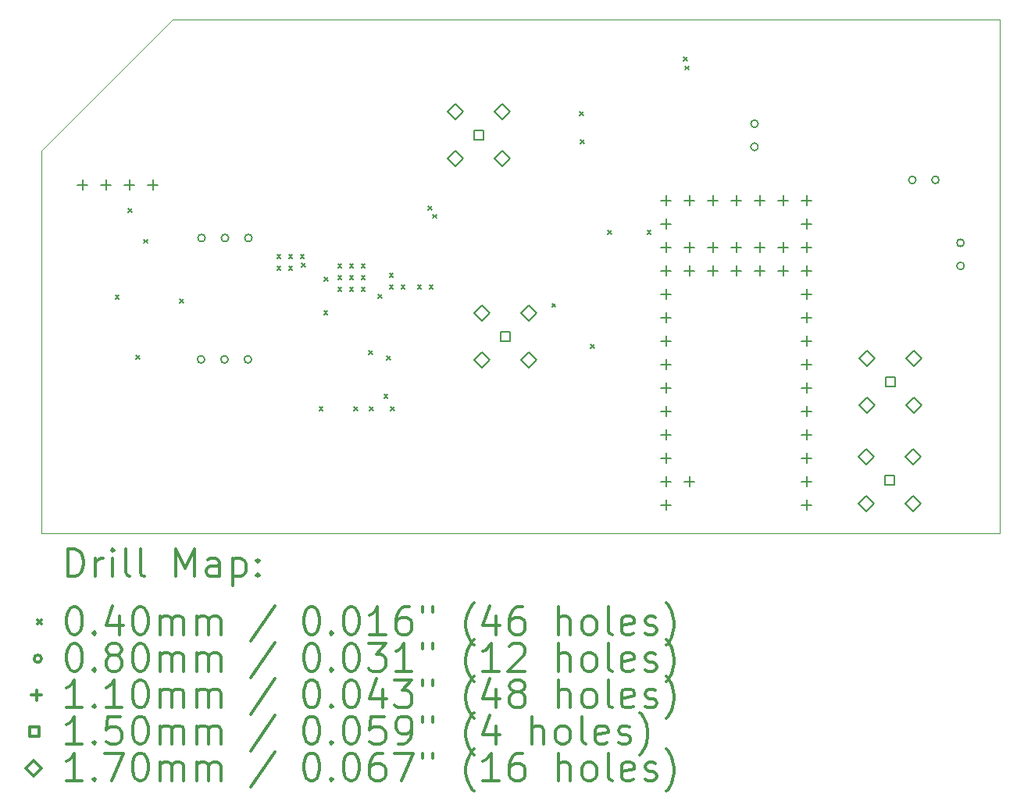
<source format=gbr>
%FSLAX45Y45*%
G04 Gerber Fmt 4.5, Leading zero omitted, Abs format (unit mm)*
G04 Created by KiCad (PCBNEW 5.1.6-c6e7f7d~86~ubuntu18.04.1) date 2020-11-01 20:36:18*
%MOMM*%
%LPD*%
G01*
G04 APERTURE LIST*
%TA.AperFunction,Profile*%
%ADD10C,0.050000*%
%TD*%
%ADD11C,0.200000*%
%ADD12C,0.300000*%
G04 APERTURE END LIST*
D10*
X15255240Y-15245080D02*
X14709140Y-15245080D01*
X15255240Y-14711680D02*
X15255240Y-15245080D01*
X14488160Y-15245080D02*
X14709140Y-15245080D01*
X15255240Y-9672320D02*
X15255240Y-14711680D01*
X6294120Y-9672320D02*
X15255240Y-9672320D01*
X4871720Y-11094720D02*
X6294120Y-9672320D01*
X4871720Y-15245080D02*
X4871720Y-11094720D01*
X14488160Y-15245080D02*
X4871720Y-15245080D01*
D11*
X5669600Y-12664760D02*
X5709600Y-12704760D01*
X5709600Y-12664760D02*
X5669600Y-12704760D01*
X5809300Y-11719880D02*
X5849300Y-11759880D01*
X5849300Y-11719880D02*
X5809300Y-11759880D01*
X5895660Y-13317540D02*
X5935660Y-13357540D01*
X5935660Y-13317540D02*
X5895660Y-13357540D01*
X5976940Y-12057700D02*
X6016940Y-12097700D01*
X6016940Y-12057700D02*
X5976940Y-12097700D01*
X6370640Y-12702860D02*
X6410640Y-12742860D01*
X6410640Y-12702860D02*
X6370640Y-12742860D01*
X7422200Y-12222800D02*
X7462200Y-12262800D01*
X7462200Y-12222800D02*
X7422200Y-12262800D01*
X7422200Y-12349800D02*
X7462200Y-12389800D01*
X7462200Y-12349800D02*
X7422200Y-12389800D01*
X7549200Y-12222800D02*
X7589200Y-12262800D01*
X7589200Y-12222800D02*
X7549200Y-12262800D01*
X7549200Y-12349800D02*
X7589200Y-12389800D01*
X7589200Y-12349800D02*
X7549200Y-12389800D01*
X7676200Y-12222800D02*
X7716200Y-12262800D01*
X7716200Y-12222800D02*
X7676200Y-12262800D01*
X7691011Y-12313811D02*
X7731011Y-12353811D01*
X7731011Y-12313811D02*
X7691011Y-12353811D01*
X7879860Y-13873340D02*
X7919860Y-13913340D01*
X7919860Y-13873340D02*
X7879860Y-13913340D01*
X7930200Y-12832400D02*
X7970200Y-12872400D01*
X7970200Y-12832400D02*
X7930200Y-12872400D01*
X7935280Y-12469180D02*
X7975280Y-12509180D01*
X7975280Y-12469180D02*
X7935280Y-12509180D01*
X8082600Y-12324400D02*
X8122600Y-12364400D01*
X8122600Y-12324400D02*
X8082600Y-12364400D01*
X8082600Y-12451400D02*
X8122600Y-12491400D01*
X8122600Y-12451400D02*
X8082600Y-12491400D01*
X8082600Y-12578400D02*
X8122600Y-12618400D01*
X8122600Y-12578400D02*
X8082600Y-12618400D01*
X8209600Y-12324400D02*
X8249600Y-12364400D01*
X8249600Y-12324400D02*
X8209600Y-12364400D01*
X8209600Y-12451400D02*
X8249600Y-12491400D01*
X8249600Y-12451400D02*
X8209600Y-12491400D01*
X8209600Y-12578400D02*
X8249600Y-12618400D01*
X8249600Y-12578400D02*
X8209600Y-12618400D01*
X8255780Y-13873340D02*
X8295780Y-13913340D01*
X8295780Y-13873340D02*
X8255780Y-13913340D01*
X8255780Y-13873340D02*
X8295780Y-13913340D01*
X8295780Y-13873340D02*
X8255780Y-13913340D01*
X8336600Y-12324400D02*
X8376600Y-12364400D01*
X8376600Y-12324400D02*
X8336600Y-12364400D01*
X8336600Y-12451400D02*
X8376600Y-12491400D01*
X8376600Y-12451400D02*
X8336600Y-12491400D01*
X8336600Y-12578400D02*
X8376600Y-12618400D01*
X8376600Y-12578400D02*
X8336600Y-12618400D01*
X8418840Y-13261660D02*
X8458840Y-13301660D01*
X8458840Y-13261660D02*
X8418840Y-13301660D01*
X8428500Y-13873340D02*
X8468500Y-13913340D01*
X8468500Y-13873340D02*
X8428500Y-13913340D01*
X8516940Y-12652060D02*
X8556940Y-12692060D01*
X8556940Y-12652060D02*
X8516940Y-12692060D01*
X8582980Y-13736640D02*
X8622980Y-13776640D01*
X8622980Y-13736640D02*
X8582980Y-13776640D01*
X8615040Y-13320080D02*
X8655040Y-13360080D01*
X8655040Y-13320080D02*
X8615040Y-13360080D01*
X8641400Y-12426000D02*
X8681400Y-12466000D01*
X8681400Y-12426000D02*
X8641400Y-12466000D01*
X8641400Y-12553000D02*
X8681400Y-12593000D01*
X8681400Y-12553000D02*
X8641400Y-12593000D01*
X8657100Y-13873340D02*
X8697100Y-13913340D01*
X8697100Y-13873340D02*
X8657100Y-13913340D01*
X8768400Y-12553000D02*
X8808400Y-12593000D01*
X8808400Y-12553000D02*
X8768400Y-12593000D01*
X8946200Y-12553000D02*
X8986200Y-12593000D01*
X8986200Y-12553000D02*
X8946200Y-12593000D01*
X9061686Y-11699095D02*
X9101686Y-11739095D01*
X9101686Y-11699095D02*
X9061686Y-11739095D01*
X9073200Y-12553000D02*
X9113200Y-12593000D01*
X9113200Y-12553000D02*
X9073200Y-12593000D01*
X9111300Y-11785920D02*
X9151300Y-11825920D01*
X9151300Y-11785920D02*
X9111300Y-11825920D01*
X10401620Y-12751120D02*
X10441620Y-12791120D01*
X10441620Y-12751120D02*
X10401620Y-12791120D01*
X10701340Y-10670860D02*
X10741340Y-10710860D01*
X10741340Y-10670860D02*
X10701340Y-10710860D01*
X10714040Y-10975660D02*
X10754040Y-11015660D01*
X10754040Y-10975660D02*
X10714040Y-11015660D01*
X10823260Y-13193080D02*
X10863260Y-13233080D01*
X10863260Y-13193080D02*
X10823260Y-13233080D01*
X11005330Y-11957830D02*
X11045330Y-11997830D01*
X11045330Y-11957830D02*
X11005330Y-11997830D01*
X11435400Y-11958640D02*
X11475400Y-11998640D01*
X11475400Y-11958640D02*
X11435400Y-11998640D01*
X11831053Y-10077406D02*
X11871053Y-10117406D01*
X11871053Y-10077406D02*
X11831053Y-10117406D01*
X11844340Y-10176520D02*
X11884340Y-10216520D01*
X11884340Y-10176520D02*
X11844340Y-10216520D01*
X12638400Y-10802620D02*
G75*
G03*
X12638400Y-10802620I-40000J0D01*
G01*
X12638400Y-11052620D02*
G75*
G03*
X12638400Y-11052620I-40000J0D01*
G01*
X6644000Y-12042140D02*
G75*
G03*
X6644000Y-12042140I-40000J0D01*
G01*
X6898000Y-12042140D02*
G75*
G03*
X6898000Y-12042140I-40000J0D01*
G01*
X7152000Y-12042140D02*
G75*
G03*
X7152000Y-12042140I-40000J0D01*
G01*
X14871060Y-12094400D02*
G75*
G03*
X14871060Y-12094400I-40000J0D01*
G01*
X14871060Y-12344400D02*
G75*
G03*
X14871060Y-12344400I-40000J0D01*
G01*
X14349280Y-11412220D02*
G75*
G03*
X14349280Y-11412220I-40000J0D01*
G01*
X14599280Y-11412220D02*
G75*
G03*
X14599280Y-11412220I-40000J0D01*
G01*
X6638920Y-13357860D02*
G75*
G03*
X6638920Y-13357860I-40000J0D01*
G01*
X6892920Y-13357860D02*
G75*
G03*
X6892920Y-13357860I-40000J0D01*
G01*
X7146920Y-13357860D02*
G75*
G03*
X7146920Y-13357860I-40000J0D01*
G01*
X5316220Y-11410560D02*
X5316220Y-11520560D01*
X5261220Y-11465560D02*
X5371220Y-11465560D01*
X5570220Y-11410560D02*
X5570220Y-11520560D01*
X5515220Y-11465560D02*
X5625220Y-11465560D01*
X5824220Y-11410560D02*
X5824220Y-11520560D01*
X5769220Y-11465560D02*
X5879220Y-11465560D01*
X6078220Y-11410560D02*
X6078220Y-11520560D01*
X6023220Y-11465560D02*
X6133220Y-11465560D01*
X11640820Y-11580740D02*
X11640820Y-11690740D01*
X11585820Y-11635740D02*
X11695820Y-11635740D01*
X11640820Y-11834740D02*
X11640820Y-11944740D01*
X11585820Y-11889740D02*
X11695820Y-11889740D01*
X11640820Y-12088740D02*
X11640820Y-12198740D01*
X11585820Y-12143740D02*
X11695820Y-12143740D01*
X11640820Y-12342740D02*
X11640820Y-12452740D01*
X11585820Y-12397740D02*
X11695820Y-12397740D01*
X11640820Y-12596740D02*
X11640820Y-12706740D01*
X11585820Y-12651740D02*
X11695820Y-12651740D01*
X11640820Y-12850740D02*
X11640820Y-12960740D01*
X11585820Y-12905740D02*
X11695820Y-12905740D01*
X11640820Y-13104740D02*
X11640820Y-13214740D01*
X11585820Y-13159740D02*
X11695820Y-13159740D01*
X11640820Y-13358740D02*
X11640820Y-13468740D01*
X11585820Y-13413740D02*
X11695820Y-13413740D01*
X11640820Y-13612740D02*
X11640820Y-13722740D01*
X11585820Y-13667740D02*
X11695820Y-13667740D01*
X11640820Y-13866740D02*
X11640820Y-13976740D01*
X11585820Y-13921740D02*
X11695820Y-13921740D01*
X11640820Y-14120740D02*
X11640820Y-14230740D01*
X11585820Y-14175740D02*
X11695820Y-14175740D01*
X11640820Y-14374740D02*
X11640820Y-14484740D01*
X11585820Y-14429740D02*
X11695820Y-14429740D01*
X11640820Y-14628740D02*
X11640820Y-14738740D01*
X11585820Y-14683740D02*
X11695820Y-14683740D01*
X11640820Y-14882740D02*
X11640820Y-14992740D01*
X11585820Y-14937740D02*
X11695820Y-14937740D01*
X11894820Y-11580740D02*
X11894820Y-11690740D01*
X11839820Y-11635740D02*
X11949820Y-11635740D01*
X11894820Y-12088740D02*
X11894820Y-12198740D01*
X11839820Y-12143740D02*
X11949820Y-12143740D01*
X11894820Y-12342740D02*
X11894820Y-12452740D01*
X11839820Y-12397740D02*
X11949820Y-12397740D01*
X11894820Y-14628740D02*
X11894820Y-14738740D01*
X11839820Y-14683740D02*
X11949820Y-14683740D01*
X12148820Y-11580740D02*
X12148820Y-11690740D01*
X12093820Y-11635740D02*
X12203820Y-11635740D01*
X12148820Y-12088740D02*
X12148820Y-12198740D01*
X12093820Y-12143740D02*
X12203820Y-12143740D01*
X12148820Y-12342740D02*
X12148820Y-12452740D01*
X12093820Y-12397740D02*
X12203820Y-12397740D01*
X12402820Y-11580740D02*
X12402820Y-11690740D01*
X12347820Y-11635740D02*
X12457820Y-11635740D01*
X12402820Y-12088740D02*
X12402820Y-12198740D01*
X12347820Y-12143740D02*
X12457820Y-12143740D01*
X12402820Y-12342740D02*
X12402820Y-12452740D01*
X12347820Y-12397740D02*
X12457820Y-12397740D01*
X12656820Y-11580740D02*
X12656820Y-11690740D01*
X12601820Y-11635740D02*
X12711820Y-11635740D01*
X12656820Y-12088740D02*
X12656820Y-12198740D01*
X12601820Y-12143740D02*
X12711820Y-12143740D01*
X12656820Y-12342740D02*
X12656820Y-12452740D01*
X12601820Y-12397740D02*
X12711820Y-12397740D01*
X12910820Y-11580740D02*
X12910820Y-11690740D01*
X12855820Y-11635740D02*
X12965820Y-11635740D01*
X12910820Y-12088740D02*
X12910820Y-12198740D01*
X12855820Y-12143740D02*
X12965820Y-12143740D01*
X12910820Y-12342740D02*
X12910820Y-12452740D01*
X12855820Y-12397740D02*
X12965820Y-12397740D01*
X13164820Y-11580740D02*
X13164820Y-11690740D01*
X13109820Y-11635740D02*
X13219820Y-11635740D01*
X13164820Y-11834740D02*
X13164820Y-11944740D01*
X13109820Y-11889740D02*
X13219820Y-11889740D01*
X13164820Y-12088740D02*
X13164820Y-12198740D01*
X13109820Y-12143740D02*
X13219820Y-12143740D01*
X13164820Y-12342740D02*
X13164820Y-12452740D01*
X13109820Y-12397740D02*
X13219820Y-12397740D01*
X13164820Y-12596740D02*
X13164820Y-12706740D01*
X13109820Y-12651740D02*
X13219820Y-12651740D01*
X13164820Y-12850740D02*
X13164820Y-12960740D01*
X13109820Y-12905740D02*
X13219820Y-12905740D01*
X13164820Y-13104740D02*
X13164820Y-13214740D01*
X13109820Y-13159740D02*
X13219820Y-13159740D01*
X13164820Y-13358740D02*
X13164820Y-13468740D01*
X13109820Y-13413740D02*
X13219820Y-13413740D01*
X13164820Y-13612740D02*
X13164820Y-13722740D01*
X13109820Y-13667740D02*
X13219820Y-13667740D01*
X13164820Y-13866740D02*
X13164820Y-13976740D01*
X13109820Y-13921740D02*
X13219820Y-13921740D01*
X13164820Y-14120740D02*
X13164820Y-14230740D01*
X13109820Y-14175740D02*
X13219820Y-14175740D01*
X13164820Y-14374740D02*
X13164820Y-14484740D01*
X13109820Y-14429740D02*
X13219820Y-14429740D01*
X13164820Y-14628740D02*
X13164820Y-14738740D01*
X13109820Y-14683740D02*
X13219820Y-14683740D01*
X13164820Y-14882740D02*
X13164820Y-14992740D01*
X13109820Y-14937740D02*
X13219820Y-14937740D01*
X14114473Y-14721533D02*
X14114473Y-14615466D01*
X14008406Y-14615466D01*
X14008406Y-14721533D01*
X14114473Y-14721533D01*
X9948874Y-13161973D02*
X9948874Y-13055906D01*
X9842807Y-13055906D01*
X9842807Y-13161973D01*
X9948874Y-13161973D01*
X14124133Y-13654053D02*
X14124133Y-13547986D01*
X14018066Y-13547986D01*
X14018066Y-13654053D01*
X14124133Y-13654053D01*
X9664394Y-10980114D02*
X9664394Y-10874047D01*
X9558327Y-10874047D01*
X9558327Y-10980114D01*
X9664394Y-10980114D01*
X9357360Y-10758080D02*
X9442360Y-10673080D01*
X9357360Y-10588080D01*
X9272360Y-10673080D01*
X9357360Y-10758080D01*
X9357360Y-11266080D02*
X9442360Y-11181080D01*
X9357360Y-11096080D01*
X9272360Y-11181080D01*
X9357360Y-11266080D01*
X9865360Y-10758080D02*
X9950360Y-10673080D01*
X9865360Y-10588080D01*
X9780360Y-10673080D01*
X9865360Y-10758080D01*
X9865360Y-11266080D02*
X9950360Y-11181080D01*
X9865360Y-11096080D01*
X9780360Y-11181080D01*
X9865360Y-11266080D01*
X13807440Y-14499500D02*
X13892440Y-14414500D01*
X13807440Y-14329500D01*
X13722440Y-14414500D01*
X13807440Y-14499500D01*
X13807440Y-15007500D02*
X13892440Y-14922500D01*
X13807440Y-14837500D01*
X13722440Y-14922500D01*
X13807440Y-15007500D01*
X14315440Y-14499500D02*
X14400440Y-14414500D01*
X14315440Y-14329500D01*
X14230440Y-14414500D01*
X14315440Y-14499500D01*
X14315440Y-15007500D02*
X14400440Y-14922500D01*
X14315440Y-14837500D01*
X14230440Y-14922500D01*
X14315440Y-15007500D01*
X9641840Y-12939940D02*
X9726840Y-12854940D01*
X9641840Y-12769940D01*
X9556840Y-12854940D01*
X9641840Y-12939940D01*
X9641840Y-13447940D02*
X9726840Y-13362940D01*
X9641840Y-13277940D01*
X9556840Y-13362940D01*
X9641840Y-13447940D01*
X10149840Y-12939940D02*
X10234840Y-12854940D01*
X10149840Y-12769940D01*
X10064840Y-12854940D01*
X10149840Y-12939940D01*
X10149840Y-13447940D02*
X10234840Y-13362940D01*
X10149840Y-13277940D01*
X10064840Y-13362940D01*
X10149840Y-13447940D01*
X13817100Y-13432020D02*
X13902100Y-13347020D01*
X13817100Y-13262020D01*
X13732100Y-13347020D01*
X13817100Y-13432020D01*
X13817100Y-13940020D02*
X13902100Y-13855020D01*
X13817100Y-13770020D01*
X13732100Y-13855020D01*
X13817100Y-13940020D01*
X14325100Y-13432020D02*
X14410100Y-13347020D01*
X14325100Y-13262020D01*
X14240100Y-13347020D01*
X14325100Y-13432020D01*
X14325100Y-13940020D02*
X14410100Y-13855020D01*
X14325100Y-13770020D01*
X14240100Y-13855020D01*
X14325100Y-13940020D01*
D12*
X5155648Y-15713294D02*
X5155648Y-15413294D01*
X5227077Y-15413294D01*
X5269934Y-15427580D01*
X5298506Y-15456151D01*
X5312791Y-15484723D01*
X5327077Y-15541866D01*
X5327077Y-15584723D01*
X5312791Y-15641866D01*
X5298506Y-15670437D01*
X5269934Y-15699009D01*
X5227077Y-15713294D01*
X5155648Y-15713294D01*
X5455648Y-15713294D02*
X5455648Y-15513294D01*
X5455648Y-15570437D02*
X5469934Y-15541866D01*
X5484220Y-15527580D01*
X5512791Y-15513294D01*
X5541363Y-15513294D01*
X5641363Y-15713294D02*
X5641363Y-15513294D01*
X5641363Y-15413294D02*
X5627077Y-15427580D01*
X5641363Y-15441866D01*
X5655648Y-15427580D01*
X5641363Y-15413294D01*
X5641363Y-15441866D01*
X5827077Y-15713294D02*
X5798506Y-15699009D01*
X5784220Y-15670437D01*
X5784220Y-15413294D01*
X5984220Y-15713294D02*
X5955648Y-15699009D01*
X5941363Y-15670437D01*
X5941363Y-15413294D01*
X6327077Y-15713294D02*
X6327077Y-15413294D01*
X6427077Y-15627580D01*
X6527077Y-15413294D01*
X6527077Y-15713294D01*
X6798506Y-15713294D02*
X6798506Y-15556151D01*
X6784220Y-15527580D01*
X6755648Y-15513294D01*
X6698506Y-15513294D01*
X6669934Y-15527580D01*
X6798506Y-15699009D02*
X6769934Y-15713294D01*
X6698506Y-15713294D01*
X6669934Y-15699009D01*
X6655648Y-15670437D01*
X6655648Y-15641866D01*
X6669934Y-15613294D01*
X6698506Y-15599009D01*
X6769934Y-15599009D01*
X6798506Y-15584723D01*
X6941363Y-15513294D02*
X6941363Y-15813294D01*
X6941363Y-15527580D02*
X6969934Y-15513294D01*
X7027077Y-15513294D01*
X7055648Y-15527580D01*
X7069934Y-15541866D01*
X7084220Y-15570437D01*
X7084220Y-15656151D01*
X7069934Y-15684723D01*
X7055648Y-15699009D01*
X7027077Y-15713294D01*
X6969934Y-15713294D01*
X6941363Y-15699009D01*
X7212791Y-15684723D02*
X7227077Y-15699009D01*
X7212791Y-15713294D01*
X7198506Y-15699009D01*
X7212791Y-15684723D01*
X7212791Y-15713294D01*
X7212791Y-15527580D02*
X7227077Y-15541866D01*
X7212791Y-15556151D01*
X7198506Y-15541866D01*
X7212791Y-15527580D01*
X7212791Y-15556151D01*
X4829220Y-16187580D02*
X4869220Y-16227580D01*
X4869220Y-16187580D02*
X4829220Y-16227580D01*
X5212791Y-16043294D02*
X5241363Y-16043294D01*
X5269934Y-16057580D01*
X5284220Y-16071866D01*
X5298506Y-16100437D01*
X5312791Y-16157580D01*
X5312791Y-16229009D01*
X5298506Y-16286151D01*
X5284220Y-16314723D01*
X5269934Y-16329009D01*
X5241363Y-16343294D01*
X5212791Y-16343294D01*
X5184220Y-16329009D01*
X5169934Y-16314723D01*
X5155648Y-16286151D01*
X5141363Y-16229009D01*
X5141363Y-16157580D01*
X5155648Y-16100437D01*
X5169934Y-16071866D01*
X5184220Y-16057580D01*
X5212791Y-16043294D01*
X5441363Y-16314723D02*
X5455648Y-16329009D01*
X5441363Y-16343294D01*
X5427077Y-16329009D01*
X5441363Y-16314723D01*
X5441363Y-16343294D01*
X5712791Y-16143294D02*
X5712791Y-16343294D01*
X5641363Y-16029009D02*
X5569934Y-16243294D01*
X5755648Y-16243294D01*
X5927077Y-16043294D02*
X5955648Y-16043294D01*
X5984220Y-16057580D01*
X5998506Y-16071866D01*
X6012791Y-16100437D01*
X6027077Y-16157580D01*
X6027077Y-16229009D01*
X6012791Y-16286151D01*
X5998506Y-16314723D01*
X5984220Y-16329009D01*
X5955648Y-16343294D01*
X5927077Y-16343294D01*
X5898506Y-16329009D01*
X5884220Y-16314723D01*
X5869934Y-16286151D01*
X5855648Y-16229009D01*
X5855648Y-16157580D01*
X5869934Y-16100437D01*
X5884220Y-16071866D01*
X5898506Y-16057580D01*
X5927077Y-16043294D01*
X6155648Y-16343294D02*
X6155648Y-16143294D01*
X6155648Y-16171866D02*
X6169934Y-16157580D01*
X6198506Y-16143294D01*
X6241363Y-16143294D01*
X6269934Y-16157580D01*
X6284220Y-16186151D01*
X6284220Y-16343294D01*
X6284220Y-16186151D02*
X6298506Y-16157580D01*
X6327077Y-16143294D01*
X6369934Y-16143294D01*
X6398506Y-16157580D01*
X6412791Y-16186151D01*
X6412791Y-16343294D01*
X6555648Y-16343294D02*
X6555648Y-16143294D01*
X6555648Y-16171866D02*
X6569934Y-16157580D01*
X6598506Y-16143294D01*
X6641363Y-16143294D01*
X6669934Y-16157580D01*
X6684220Y-16186151D01*
X6684220Y-16343294D01*
X6684220Y-16186151D02*
X6698506Y-16157580D01*
X6727077Y-16143294D01*
X6769934Y-16143294D01*
X6798506Y-16157580D01*
X6812791Y-16186151D01*
X6812791Y-16343294D01*
X7398506Y-16029009D02*
X7141363Y-16414723D01*
X7784220Y-16043294D02*
X7812791Y-16043294D01*
X7841363Y-16057580D01*
X7855648Y-16071866D01*
X7869934Y-16100437D01*
X7884220Y-16157580D01*
X7884220Y-16229009D01*
X7869934Y-16286151D01*
X7855648Y-16314723D01*
X7841363Y-16329009D01*
X7812791Y-16343294D01*
X7784220Y-16343294D01*
X7755648Y-16329009D01*
X7741363Y-16314723D01*
X7727077Y-16286151D01*
X7712791Y-16229009D01*
X7712791Y-16157580D01*
X7727077Y-16100437D01*
X7741363Y-16071866D01*
X7755648Y-16057580D01*
X7784220Y-16043294D01*
X8012791Y-16314723D02*
X8027077Y-16329009D01*
X8012791Y-16343294D01*
X7998506Y-16329009D01*
X8012791Y-16314723D01*
X8012791Y-16343294D01*
X8212791Y-16043294D02*
X8241363Y-16043294D01*
X8269934Y-16057580D01*
X8284220Y-16071866D01*
X8298506Y-16100437D01*
X8312791Y-16157580D01*
X8312791Y-16229009D01*
X8298506Y-16286151D01*
X8284220Y-16314723D01*
X8269934Y-16329009D01*
X8241363Y-16343294D01*
X8212791Y-16343294D01*
X8184220Y-16329009D01*
X8169934Y-16314723D01*
X8155648Y-16286151D01*
X8141363Y-16229009D01*
X8141363Y-16157580D01*
X8155648Y-16100437D01*
X8169934Y-16071866D01*
X8184220Y-16057580D01*
X8212791Y-16043294D01*
X8598506Y-16343294D02*
X8427077Y-16343294D01*
X8512791Y-16343294D02*
X8512791Y-16043294D01*
X8484220Y-16086151D01*
X8455648Y-16114723D01*
X8427077Y-16129009D01*
X8855648Y-16043294D02*
X8798506Y-16043294D01*
X8769934Y-16057580D01*
X8755648Y-16071866D01*
X8727077Y-16114723D01*
X8712791Y-16171866D01*
X8712791Y-16286151D01*
X8727077Y-16314723D01*
X8741363Y-16329009D01*
X8769934Y-16343294D01*
X8827077Y-16343294D01*
X8855648Y-16329009D01*
X8869934Y-16314723D01*
X8884220Y-16286151D01*
X8884220Y-16214723D01*
X8869934Y-16186151D01*
X8855648Y-16171866D01*
X8827077Y-16157580D01*
X8769934Y-16157580D01*
X8741363Y-16171866D01*
X8727077Y-16186151D01*
X8712791Y-16214723D01*
X8998506Y-16043294D02*
X8998506Y-16100437D01*
X9112791Y-16043294D02*
X9112791Y-16100437D01*
X9555648Y-16457580D02*
X9541363Y-16443294D01*
X9512791Y-16400437D01*
X9498506Y-16371866D01*
X9484220Y-16329009D01*
X9469934Y-16257580D01*
X9469934Y-16200437D01*
X9484220Y-16129009D01*
X9498506Y-16086151D01*
X9512791Y-16057580D01*
X9541363Y-16014723D01*
X9555648Y-16000437D01*
X9798506Y-16143294D02*
X9798506Y-16343294D01*
X9727077Y-16029009D02*
X9655648Y-16243294D01*
X9841363Y-16243294D01*
X10084220Y-16043294D02*
X10027077Y-16043294D01*
X9998506Y-16057580D01*
X9984220Y-16071866D01*
X9955648Y-16114723D01*
X9941363Y-16171866D01*
X9941363Y-16286151D01*
X9955648Y-16314723D01*
X9969934Y-16329009D01*
X9998506Y-16343294D01*
X10055648Y-16343294D01*
X10084220Y-16329009D01*
X10098506Y-16314723D01*
X10112791Y-16286151D01*
X10112791Y-16214723D01*
X10098506Y-16186151D01*
X10084220Y-16171866D01*
X10055648Y-16157580D01*
X9998506Y-16157580D01*
X9969934Y-16171866D01*
X9955648Y-16186151D01*
X9941363Y-16214723D01*
X10469934Y-16343294D02*
X10469934Y-16043294D01*
X10598506Y-16343294D02*
X10598506Y-16186151D01*
X10584220Y-16157580D01*
X10555648Y-16143294D01*
X10512791Y-16143294D01*
X10484220Y-16157580D01*
X10469934Y-16171866D01*
X10784220Y-16343294D02*
X10755648Y-16329009D01*
X10741363Y-16314723D01*
X10727077Y-16286151D01*
X10727077Y-16200437D01*
X10741363Y-16171866D01*
X10755648Y-16157580D01*
X10784220Y-16143294D01*
X10827077Y-16143294D01*
X10855648Y-16157580D01*
X10869934Y-16171866D01*
X10884220Y-16200437D01*
X10884220Y-16286151D01*
X10869934Y-16314723D01*
X10855648Y-16329009D01*
X10827077Y-16343294D01*
X10784220Y-16343294D01*
X11055648Y-16343294D02*
X11027077Y-16329009D01*
X11012791Y-16300437D01*
X11012791Y-16043294D01*
X11284220Y-16329009D02*
X11255648Y-16343294D01*
X11198506Y-16343294D01*
X11169934Y-16329009D01*
X11155648Y-16300437D01*
X11155648Y-16186151D01*
X11169934Y-16157580D01*
X11198506Y-16143294D01*
X11255648Y-16143294D01*
X11284220Y-16157580D01*
X11298506Y-16186151D01*
X11298506Y-16214723D01*
X11155648Y-16243294D01*
X11412791Y-16329009D02*
X11441363Y-16343294D01*
X11498506Y-16343294D01*
X11527077Y-16329009D01*
X11541363Y-16300437D01*
X11541363Y-16286151D01*
X11527077Y-16257580D01*
X11498506Y-16243294D01*
X11455648Y-16243294D01*
X11427077Y-16229009D01*
X11412791Y-16200437D01*
X11412791Y-16186151D01*
X11427077Y-16157580D01*
X11455648Y-16143294D01*
X11498506Y-16143294D01*
X11527077Y-16157580D01*
X11641363Y-16457580D02*
X11655648Y-16443294D01*
X11684220Y-16400437D01*
X11698506Y-16371866D01*
X11712791Y-16329009D01*
X11727077Y-16257580D01*
X11727077Y-16200437D01*
X11712791Y-16129009D01*
X11698506Y-16086151D01*
X11684220Y-16057580D01*
X11655648Y-16014723D01*
X11641363Y-16000437D01*
X4869220Y-16603580D02*
G75*
G03*
X4869220Y-16603580I-40000J0D01*
G01*
X5212791Y-16439294D02*
X5241363Y-16439294D01*
X5269934Y-16453580D01*
X5284220Y-16467866D01*
X5298506Y-16496437D01*
X5312791Y-16553580D01*
X5312791Y-16625009D01*
X5298506Y-16682151D01*
X5284220Y-16710723D01*
X5269934Y-16725009D01*
X5241363Y-16739294D01*
X5212791Y-16739294D01*
X5184220Y-16725009D01*
X5169934Y-16710723D01*
X5155648Y-16682151D01*
X5141363Y-16625009D01*
X5141363Y-16553580D01*
X5155648Y-16496437D01*
X5169934Y-16467866D01*
X5184220Y-16453580D01*
X5212791Y-16439294D01*
X5441363Y-16710723D02*
X5455648Y-16725009D01*
X5441363Y-16739294D01*
X5427077Y-16725009D01*
X5441363Y-16710723D01*
X5441363Y-16739294D01*
X5627077Y-16567866D02*
X5598506Y-16553580D01*
X5584220Y-16539294D01*
X5569934Y-16510723D01*
X5569934Y-16496437D01*
X5584220Y-16467866D01*
X5598506Y-16453580D01*
X5627077Y-16439294D01*
X5684220Y-16439294D01*
X5712791Y-16453580D01*
X5727077Y-16467866D01*
X5741363Y-16496437D01*
X5741363Y-16510723D01*
X5727077Y-16539294D01*
X5712791Y-16553580D01*
X5684220Y-16567866D01*
X5627077Y-16567866D01*
X5598506Y-16582151D01*
X5584220Y-16596437D01*
X5569934Y-16625009D01*
X5569934Y-16682151D01*
X5584220Y-16710723D01*
X5598506Y-16725009D01*
X5627077Y-16739294D01*
X5684220Y-16739294D01*
X5712791Y-16725009D01*
X5727077Y-16710723D01*
X5741363Y-16682151D01*
X5741363Y-16625009D01*
X5727077Y-16596437D01*
X5712791Y-16582151D01*
X5684220Y-16567866D01*
X5927077Y-16439294D02*
X5955648Y-16439294D01*
X5984220Y-16453580D01*
X5998506Y-16467866D01*
X6012791Y-16496437D01*
X6027077Y-16553580D01*
X6027077Y-16625009D01*
X6012791Y-16682151D01*
X5998506Y-16710723D01*
X5984220Y-16725009D01*
X5955648Y-16739294D01*
X5927077Y-16739294D01*
X5898506Y-16725009D01*
X5884220Y-16710723D01*
X5869934Y-16682151D01*
X5855648Y-16625009D01*
X5855648Y-16553580D01*
X5869934Y-16496437D01*
X5884220Y-16467866D01*
X5898506Y-16453580D01*
X5927077Y-16439294D01*
X6155648Y-16739294D02*
X6155648Y-16539294D01*
X6155648Y-16567866D02*
X6169934Y-16553580D01*
X6198506Y-16539294D01*
X6241363Y-16539294D01*
X6269934Y-16553580D01*
X6284220Y-16582151D01*
X6284220Y-16739294D01*
X6284220Y-16582151D02*
X6298506Y-16553580D01*
X6327077Y-16539294D01*
X6369934Y-16539294D01*
X6398506Y-16553580D01*
X6412791Y-16582151D01*
X6412791Y-16739294D01*
X6555648Y-16739294D02*
X6555648Y-16539294D01*
X6555648Y-16567866D02*
X6569934Y-16553580D01*
X6598506Y-16539294D01*
X6641363Y-16539294D01*
X6669934Y-16553580D01*
X6684220Y-16582151D01*
X6684220Y-16739294D01*
X6684220Y-16582151D02*
X6698506Y-16553580D01*
X6727077Y-16539294D01*
X6769934Y-16539294D01*
X6798506Y-16553580D01*
X6812791Y-16582151D01*
X6812791Y-16739294D01*
X7398506Y-16425009D02*
X7141363Y-16810723D01*
X7784220Y-16439294D02*
X7812791Y-16439294D01*
X7841363Y-16453580D01*
X7855648Y-16467866D01*
X7869934Y-16496437D01*
X7884220Y-16553580D01*
X7884220Y-16625009D01*
X7869934Y-16682151D01*
X7855648Y-16710723D01*
X7841363Y-16725009D01*
X7812791Y-16739294D01*
X7784220Y-16739294D01*
X7755648Y-16725009D01*
X7741363Y-16710723D01*
X7727077Y-16682151D01*
X7712791Y-16625009D01*
X7712791Y-16553580D01*
X7727077Y-16496437D01*
X7741363Y-16467866D01*
X7755648Y-16453580D01*
X7784220Y-16439294D01*
X8012791Y-16710723D02*
X8027077Y-16725009D01*
X8012791Y-16739294D01*
X7998506Y-16725009D01*
X8012791Y-16710723D01*
X8012791Y-16739294D01*
X8212791Y-16439294D02*
X8241363Y-16439294D01*
X8269934Y-16453580D01*
X8284220Y-16467866D01*
X8298506Y-16496437D01*
X8312791Y-16553580D01*
X8312791Y-16625009D01*
X8298506Y-16682151D01*
X8284220Y-16710723D01*
X8269934Y-16725009D01*
X8241363Y-16739294D01*
X8212791Y-16739294D01*
X8184220Y-16725009D01*
X8169934Y-16710723D01*
X8155648Y-16682151D01*
X8141363Y-16625009D01*
X8141363Y-16553580D01*
X8155648Y-16496437D01*
X8169934Y-16467866D01*
X8184220Y-16453580D01*
X8212791Y-16439294D01*
X8412791Y-16439294D02*
X8598506Y-16439294D01*
X8498506Y-16553580D01*
X8541363Y-16553580D01*
X8569934Y-16567866D01*
X8584220Y-16582151D01*
X8598506Y-16610723D01*
X8598506Y-16682151D01*
X8584220Y-16710723D01*
X8569934Y-16725009D01*
X8541363Y-16739294D01*
X8455648Y-16739294D01*
X8427077Y-16725009D01*
X8412791Y-16710723D01*
X8884220Y-16739294D02*
X8712791Y-16739294D01*
X8798506Y-16739294D02*
X8798506Y-16439294D01*
X8769934Y-16482151D01*
X8741363Y-16510723D01*
X8712791Y-16525009D01*
X8998506Y-16439294D02*
X8998506Y-16496437D01*
X9112791Y-16439294D02*
X9112791Y-16496437D01*
X9555648Y-16853580D02*
X9541363Y-16839294D01*
X9512791Y-16796437D01*
X9498506Y-16767866D01*
X9484220Y-16725009D01*
X9469934Y-16653580D01*
X9469934Y-16596437D01*
X9484220Y-16525009D01*
X9498506Y-16482151D01*
X9512791Y-16453580D01*
X9541363Y-16410723D01*
X9555648Y-16396437D01*
X9827077Y-16739294D02*
X9655648Y-16739294D01*
X9741363Y-16739294D02*
X9741363Y-16439294D01*
X9712791Y-16482151D01*
X9684220Y-16510723D01*
X9655648Y-16525009D01*
X9941363Y-16467866D02*
X9955648Y-16453580D01*
X9984220Y-16439294D01*
X10055648Y-16439294D01*
X10084220Y-16453580D01*
X10098506Y-16467866D01*
X10112791Y-16496437D01*
X10112791Y-16525009D01*
X10098506Y-16567866D01*
X9927077Y-16739294D01*
X10112791Y-16739294D01*
X10469934Y-16739294D02*
X10469934Y-16439294D01*
X10598506Y-16739294D02*
X10598506Y-16582151D01*
X10584220Y-16553580D01*
X10555648Y-16539294D01*
X10512791Y-16539294D01*
X10484220Y-16553580D01*
X10469934Y-16567866D01*
X10784220Y-16739294D02*
X10755648Y-16725009D01*
X10741363Y-16710723D01*
X10727077Y-16682151D01*
X10727077Y-16596437D01*
X10741363Y-16567866D01*
X10755648Y-16553580D01*
X10784220Y-16539294D01*
X10827077Y-16539294D01*
X10855648Y-16553580D01*
X10869934Y-16567866D01*
X10884220Y-16596437D01*
X10884220Y-16682151D01*
X10869934Y-16710723D01*
X10855648Y-16725009D01*
X10827077Y-16739294D01*
X10784220Y-16739294D01*
X11055648Y-16739294D02*
X11027077Y-16725009D01*
X11012791Y-16696437D01*
X11012791Y-16439294D01*
X11284220Y-16725009D02*
X11255648Y-16739294D01*
X11198506Y-16739294D01*
X11169934Y-16725009D01*
X11155648Y-16696437D01*
X11155648Y-16582151D01*
X11169934Y-16553580D01*
X11198506Y-16539294D01*
X11255648Y-16539294D01*
X11284220Y-16553580D01*
X11298506Y-16582151D01*
X11298506Y-16610723D01*
X11155648Y-16639294D01*
X11412791Y-16725009D02*
X11441363Y-16739294D01*
X11498506Y-16739294D01*
X11527077Y-16725009D01*
X11541363Y-16696437D01*
X11541363Y-16682151D01*
X11527077Y-16653580D01*
X11498506Y-16639294D01*
X11455648Y-16639294D01*
X11427077Y-16625009D01*
X11412791Y-16596437D01*
X11412791Y-16582151D01*
X11427077Y-16553580D01*
X11455648Y-16539294D01*
X11498506Y-16539294D01*
X11527077Y-16553580D01*
X11641363Y-16853580D02*
X11655648Y-16839294D01*
X11684220Y-16796437D01*
X11698506Y-16767866D01*
X11712791Y-16725009D01*
X11727077Y-16653580D01*
X11727077Y-16596437D01*
X11712791Y-16525009D01*
X11698506Y-16482151D01*
X11684220Y-16453580D01*
X11655648Y-16410723D01*
X11641363Y-16396437D01*
X4814220Y-16944580D02*
X4814220Y-17054580D01*
X4759220Y-16999580D02*
X4869220Y-16999580D01*
X5312791Y-17135294D02*
X5141363Y-17135294D01*
X5227077Y-17135294D02*
X5227077Y-16835294D01*
X5198506Y-16878152D01*
X5169934Y-16906723D01*
X5141363Y-16921009D01*
X5441363Y-17106723D02*
X5455648Y-17121009D01*
X5441363Y-17135294D01*
X5427077Y-17121009D01*
X5441363Y-17106723D01*
X5441363Y-17135294D01*
X5741363Y-17135294D02*
X5569934Y-17135294D01*
X5655648Y-17135294D02*
X5655648Y-16835294D01*
X5627077Y-16878152D01*
X5598506Y-16906723D01*
X5569934Y-16921009D01*
X5927077Y-16835294D02*
X5955648Y-16835294D01*
X5984220Y-16849580D01*
X5998506Y-16863866D01*
X6012791Y-16892437D01*
X6027077Y-16949580D01*
X6027077Y-17021009D01*
X6012791Y-17078152D01*
X5998506Y-17106723D01*
X5984220Y-17121009D01*
X5955648Y-17135294D01*
X5927077Y-17135294D01*
X5898506Y-17121009D01*
X5884220Y-17106723D01*
X5869934Y-17078152D01*
X5855648Y-17021009D01*
X5855648Y-16949580D01*
X5869934Y-16892437D01*
X5884220Y-16863866D01*
X5898506Y-16849580D01*
X5927077Y-16835294D01*
X6155648Y-17135294D02*
X6155648Y-16935294D01*
X6155648Y-16963866D02*
X6169934Y-16949580D01*
X6198506Y-16935294D01*
X6241363Y-16935294D01*
X6269934Y-16949580D01*
X6284220Y-16978152D01*
X6284220Y-17135294D01*
X6284220Y-16978152D02*
X6298506Y-16949580D01*
X6327077Y-16935294D01*
X6369934Y-16935294D01*
X6398506Y-16949580D01*
X6412791Y-16978152D01*
X6412791Y-17135294D01*
X6555648Y-17135294D02*
X6555648Y-16935294D01*
X6555648Y-16963866D02*
X6569934Y-16949580D01*
X6598506Y-16935294D01*
X6641363Y-16935294D01*
X6669934Y-16949580D01*
X6684220Y-16978152D01*
X6684220Y-17135294D01*
X6684220Y-16978152D02*
X6698506Y-16949580D01*
X6727077Y-16935294D01*
X6769934Y-16935294D01*
X6798506Y-16949580D01*
X6812791Y-16978152D01*
X6812791Y-17135294D01*
X7398506Y-16821009D02*
X7141363Y-17206723D01*
X7784220Y-16835294D02*
X7812791Y-16835294D01*
X7841363Y-16849580D01*
X7855648Y-16863866D01*
X7869934Y-16892437D01*
X7884220Y-16949580D01*
X7884220Y-17021009D01*
X7869934Y-17078152D01*
X7855648Y-17106723D01*
X7841363Y-17121009D01*
X7812791Y-17135294D01*
X7784220Y-17135294D01*
X7755648Y-17121009D01*
X7741363Y-17106723D01*
X7727077Y-17078152D01*
X7712791Y-17021009D01*
X7712791Y-16949580D01*
X7727077Y-16892437D01*
X7741363Y-16863866D01*
X7755648Y-16849580D01*
X7784220Y-16835294D01*
X8012791Y-17106723D02*
X8027077Y-17121009D01*
X8012791Y-17135294D01*
X7998506Y-17121009D01*
X8012791Y-17106723D01*
X8012791Y-17135294D01*
X8212791Y-16835294D02*
X8241363Y-16835294D01*
X8269934Y-16849580D01*
X8284220Y-16863866D01*
X8298506Y-16892437D01*
X8312791Y-16949580D01*
X8312791Y-17021009D01*
X8298506Y-17078152D01*
X8284220Y-17106723D01*
X8269934Y-17121009D01*
X8241363Y-17135294D01*
X8212791Y-17135294D01*
X8184220Y-17121009D01*
X8169934Y-17106723D01*
X8155648Y-17078152D01*
X8141363Y-17021009D01*
X8141363Y-16949580D01*
X8155648Y-16892437D01*
X8169934Y-16863866D01*
X8184220Y-16849580D01*
X8212791Y-16835294D01*
X8569934Y-16935294D02*
X8569934Y-17135294D01*
X8498506Y-16821009D02*
X8427077Y-17035294D01*
X8612791Y-17035294D01*
X8698506Y-16835294D02*
X8884220Y-16835294D01*
X8784220Y-16949580D01*
X8827077Y-16949580D01*
X8855648Y-16963866D01*
X8869934Y-16978152D01*
X8884220Y-17006723D01*
X8884220Y-17078152D01*
X8869934Y-17106723D01*
X8855648Y-17121009D01*
X8827077Y-17135294D01*
X8741363Y-17135294D01*
X8712791Y-17121009D01*
X8698506Y-17106723D01*
X8998506Y-16835294D02*
X8998506Y-16892437D01*
X9112791Y-16835294D02*
X9112791Y-16892437D01*
X9555648Y-17249580D02*
X9541363Y-17235294D01*
X9512791Y-17192437D01*
X9498506Y-17163866D01*
X9484220Y-17121009D01*
X9469934Y-17049580D01*
X9469934Y-16992437D01*
X9484220Y-16921009D01*
X9498506Y-16878152D01*
X9512791Y-16849580D01*
X9541363Y-16806723D01*
X9555648Y-16792437D01*
X9798506Y-16935294D02*
X9798506Y-17135294D01*
X9727077Y-16821009D02*
X9655648Y-17035294D01*
X9841363Y-17035294D01*
X9998506Y-16963866D02*
X9969934Y-16949580D01*
X9955648Y-16935294D01*
X9941363Y-16906723D01*
X9941363Y-16892437D01*
X9955648Y-16863866D01*
X9969934Y-16849580D01*
X9998506Y-16835294D01*
X10055648Y-16835294D01*
X10084220Y-16849580D01*
X10098506Y-16863866D01*
X10112791Y-16892437D01*
X10112791Y-16906723D01*
X10098506Y-16935294D01*
X10084220Y-16949580D01*
X10055648Y-16963866D01*
X9998506Y-16963866D01*
X9969934Y-16978152D01*
X9955648Y-16992437D01*
X9941363Y-17021009D01*
X9941363Y-17078152D01*
X9955648Y-17106723D01*
X9969934Y-17121009D01*
X9998506Y-17135294D01*
X10055648Y-17135294D01*
X10084220Y-17121009D01*
X10098506Y-17106723D01*
X10112791Y-17078152D01*
X10112791Y-17021009D01*
X10098506Y-16992437D01*
X10084220Y-16978152D01*
X10055648Y-16963866D01*
X10469934Y-17135294D02*
X10469934Y-16835294D01*
X10598506Y-17135294D02*
X10598506Y-16978152D01*
X10584220Y-16949580D01*
X10555648Y-16935294D01*
X10512791Y-16935294D01*
X10484220Y-16949580D01*
X10469934Y-16963866D01*
X10784220Y-17135294D02*
X10755648Y-17121009D01*
X10741363Y-17106723D01*
X10727077Y-17078152D01*
X10727077Y-16992437D01*
X10741363Y-16963866D01*
X10755648Y-16949580D01*
X10784220Y-16935294D01*
X10827077Y-16935294D01*
X10855648Y-16949580D01*
X10869934Y-16963866D01*
X10884220Y-16992437D01*
X10884220Y-17078152D01*
X10869934Y-17106723D01*
X10855648Y-17121009D01*
X10827077Y-17135294D01*
X10784220Y-17135294D01*
X11055648Y-17135294D02*
X11027077Y-17121009D01*
X11012791Y-17092437D01*
X11012791Y-16835294D01*
X11284220Y-17121009D02*
X11255648Y-17135294D01*
X11198506Y-17135294D01*
X11169934Y-17121009D01*
X11155648Y-17092437D01*
X11155648Y-16978152D01*
X11169934Y-16949580D01*
X11198506Y-16935294D01*
X11255648Y-16935294D01*
X11284220Y-16949580D01*
X11298506Y-16978152D01*
X11298506Y-17006723D01*
X11155648Y-17035294D01*
X11412791Y-17121009D02*
X11441363Y-17135294D01*
X11498506Y-17135294D01*
X11527077Y-17121009D01*
X11541363Y-17092437D01*
X11541363Y-17078152D01*
X11527077Y-17049580D01*
X11498506Y-17035294D01*
X11455648Y-17035294D01*
X11427077Y-17021009D01*
X11412791Y-16992437D01*
X11412791Y-16978152D01*
X11427077Y-16949580D01*
X11455648Y-16935294D01*
X11498506Y-16935294D01*
X11527077Y-16949580D01*
X11641363Y-17249580D02*
X11655648Y-17235294D01*
X11684220Y-17192437D01*
X11698506Y-17163866D01*
X11712791Y-17121009D01*
X11727077Y-17049580D01*
X11727077Y-16992437D01*
X11712791Y-16921009D01*
X11698506Y-16878152D01*
X11684220Y-16849580D01*
X11655648Y-16806723D01*
X11641363Y-16792437D01*
X4847253Y-17448614D02*
X4847253Y-17342547D01*
X4741186Y-17342547D01*
X4741186Y-17448614D01*
X4847253Y-17448614D01*
X5312791Y-17531294D02*
X5141363Y-17531294D01*
X5227077Y-17531294D02*
X5227077Y-17231294D01*
X5198506Y-17274152D01*
X5169934Y-17302723D01*
X5141363Y-17317009D01*
X5441363Y-17502723D02*
X5455648Y-17517009D01*
X5441363Y-17531294D01*
X5427077Y-17517009D01*
X5441363Y-17502723D01*
X5441363Y-17531294D01*
X5727077Y-17231294D02*
X5584220Y-17231294D01*
X5569934Y-17374152D01*
X5584220Y-17359866D01*
X5612791Y-17345580D01*
X5684220Y-17345580D01*
X5712791Y-17359866D01*
X5727077Y-17374152D01*
X5741363Y-17402723D01*
X5741363Y-17474152D01*
X5727077Y-17502723D01*
X5712791Y-17517009D01*
X5684220Y-17531294D01*
X5612791Y-17531294D01*
X5584220Y-17517009D01*
X5569934Y-17502723D01*
X5927077Y-17231294D02*
X5955648Y-17231294D01*
X5984220Y-17245580D01*
X5998506Y-17259866D01*
X6012791Y-17288437D01*
X6027077Y-17345580D01*
X6027077Y-17417009D01*
X6012791Y-17474152D01*
X5998506Y-17502723D01*
X5984220Y-17517009D01*
X5955648Y-17531294D01*
X5927077Y-17531294D01*
X5898506Y-17517009D01*
X5884220Y-17502723D01*
X5869934Y-17474152D01*
X5855648Y-17417009D01*
X5855648Y-17345580D01*
X5869934Y-17288437D01*
X5884220Y-17259866D01*
X5898506Y-17245580D01*
X5927077Y-17231294D01*
X6155648Y-17531294D02*
X6155648Y-17331294D01*
X6155648Y-17359866D02*
X6169934Y-17345580D01*
X6198506Y-17331294D01*
X6241363Y-17331294D01*
X6269934Y-17345580D01*
X6284220Y-17374152D01*
X6284220Y-17531294D01*
X6284220Y-17374152D02*
X6298506Y-17345580D01*
X6327077Y-17331294D01*
X6369934Y-17331294D01*
X6398506Y-17345580D01*
X6412791Y-17374152D01*
X6412791Y-17531294D01*
X6555648Y-17531294D02*
X6555648Y-17331294D01*
X6555648Y-17359866D02*
X6569934Y-17345580D01*
X6598506Y-17331294D01*
X6641363Y-17331294D01*
X6669934Y-17345580D01*
X6684220Y-17374152D01*
X6684220Y-17531294D01*
X6684220Y-17374152D02*
X6698506Y-17345580D01*
X6727077Y-17331294D01*
X6769934Y-17331294D01*
X6798506Y-17345580D01*
X6812791Y-17374152D01*
X6812791Y-17531294D01*
X7398506Y-17217009D02*
X7141363Y-17602723D01*
X7784220Y-17231294D02*
X7812791Y-17231294D01*
X7841363Y-17245580D01*
X7855648Y-17259866D01*
X7869934Y-17288437D01*
X7884220Y-17345580D01*
X7884220Y-17417009D01*
X7869934Y-17474152D01*
X7855648Y-17502723D01*
X7841363Y-17517009D01*
X7812791Y-17531294D01*
X7784220Y-17531294D01*
X7755648Y-17517009D01*
X7741363Y-17502723D01*
X7727077Y-17474152D01*
X7712791Y-17417009D01*
X7712791Y-17345580D01*
X7727077Y-17288437D01*
X7741363Y-17259866D01*
X7755648Y-17245580D01*
X7784220Y-17231294D01*
X8012791Y-17502723D02*
X8027077Y-17517009D01*
X8012791Y-17531294D01*
X7998506Y-17517009D01*
X8012791Y-17502723D01*
X8012791Y-17531294D01*
X8212791Y-17231294D02*
X8241363Y-17231294D01*
X8269934Y-17245580D01*
X8284220Y-17259866D01*
X8298506Y-17288437D01*
X8312791Y-17345580D01*
X8312791Y-17417009D01*
X8298506Y-17474152D01*
X8284220Y-17502723D01*
X8269934Y-17517009D01*
X8241363Y-17531294D01*
X8212791Y-17531294D01*
X8184220Y-17517009D01*
X8169934Y-17502723D01*
X8155648Y-17474152D01*
X8141363Y-17417009D01*
X8141363Y-17345580D01*
X8155648Y-17288437D01*
X8169934Y-17259866D01*
X8184220Y-17245580D01*
X8212791Y-17231294D01*
X8584220Y-17231294D02*
X8441363Y-17231294D01*
X8427077Y-17374152D01*
X8441363Y-17359866D01*
X8469934Y-17345580D01*
X8541363Y-17345580D01*
X8569934Y-17359866D01*
X8584220Y-17374152D01*
X8598506Y-17402723D01*
X8598506Y-17474152D01*
X8584220Y-17502723D01*
X8569934Y-17517009D01*
X8541363Y-17531294D01*
X8469934Y-17531294D01*
X8441363Y-17517009D01*
X8427077Y-17502723D01*
X8741363Y-17531294D02*
X8798506Y-17531294D01*
X8827077Y-17517009D01*
X8841363Y-17502723D01*
X8869934Y-17459866D01*
X8884220Y-17402723D01*
X8884220Y-17288437D01*
X8869934Y-17259866D01*
X8855648Y-17245580D01*
X8827077Y-17231294D01*
X8769934Y-17231294D01*
X8741363Y-17245580D01*
X8727077Y-17259866D01*
X8712791Y-17288437D01*
X8712791Y-17359866D01*
X8727077Y-17388437D01*
X8741363Y-17402723D01*
X8769934Y-17417009D01*
X8827077Y-17417009D01*
X8855648Y-17402723D01*
X8869934Y-17388437D01*
X8884220Y-17359866D01*
X8998506Y-17231294D02*
X8998506Y-17288437D01*
X9112791Y-17231294D02*
X9112791Y-17288437D01*
X9555648Y-17645580D02*
X9541363Y-17631294D01*
X9512791Y-17588437D01*
X9498506Y-17559866D01*
X9484220Y-17517009D01*
X9469934Y-17445580D01*
X9469934Y-17388437D01*
X9484220Y-17317009D01*
X9498506Y-17274152D01*
X9512791Y-17245580D01*
X9541363Y-17202723D01*
X9555648Y-17188437D01*
X9798506Y-17331294D02*
X9798506Y-17531294D01*
X9727077Y-17217009D02*
X9655648Y-17431294D01*
X9841363Y-17431294D01*
X10184220Y-17531294D02*
X10184220Y-17231294D01*
X10312791Y-17531294D02*
X10312791Y-17374152D01*
X10298506Y-17345580D01*
X10269934Y-17331294D01*
X10227077Y-17331294D01*
X10198506Y-17345580D01*
X10184220Y-17359866D01*
X10498506Y-17531294D02*
X10469934Y-17517009D01*
X10455648Y-17502723D01*
X10441363Y-17474152D01*
X10441363Y-17388437D01*
X10455648Y-17359866D01*
X10469934Y-17345580D01*
X10498506Y-17331294D01*
X10541363Y-17331294D01*
X10569934Y-17345580D01*
X10584220Y-17359866D01*
X10598506Y-17388437D01*
X10598506Y-17474152D01*
X10584220Y-17502723D01*
X10569934Y-17517009D01*
X10541363Y-17531294D01*
X10498506Y-17531294D01*
X10769934Y-17531294D02*
X10741363Y-17517009D01*
X10727077Y-17488437D01*
X10727077Y-17231294D01*
X10998506Y-17517009D02*
X10969934Y-17531294D01*
X10912791Y-17531294D01*
X10884220Y-17517009D01*
X10869934Y-17488437D01*
X10869934Y-17374152D01*
X10884220Y-17345580D01*
X10912791Y-17331294D01*
X10969934Y-17331294D01*
X10998506Y-17345580D01*
X11012791Y-17374152D01*
X11012791Y-17402723D01*
X10869934Y-17431294D01*
X11127077Y-17517009D02*
X11155648Y-17531294D01*
X11212791Y-17531294D01*
X11241363Y-17517009D01*
X11255648Y-17488437D01*
X11255648Y-17474152D01*
X11241363Y-17445580D01*
X11212791Y-17431294D01*
X11169934Y-17431294D01*
X11141363Y-17417009D01*
X11127077Y-17388437D01*
X11127077Y-17374152D01*
X11141363Y-17345580D01*
X11169934Y-17331294D01*
X11212791Y-17331294D01*
X11241363Y-17345580D01*
X11355648Y-17645580D02*
X11369934Y-17631294D01*
X11398506Y-17588437D01*
X11412791Y-17559866D01*
X11427077Y-17517009D01*
X11441363Y-17445580D01*
X11441363Y-17388437D01*
X11427077Y-17317009D01*
X11412791Y-17274152D01*
X11398506Y-17245580D01*
X11369934Y-17202723D01*
X11355648Y-17188437D01*
X4784220Y-17876580D02*
X4869220Y-17791580D01*
X4784220Y-17706580D01*
X4699220Y-17791580D01*
X4784220Y-17876580D01*
X5312791Y-17927294D02*
X5141363Y-17927294D01*
X5227077Y-17927294D02*
X5227077Y-17627294D01*
X5198506Y-17670152D01*
X5169934Y-17698723D01*
X5141363Y-17713009D01*
X5441363Y-17898723D02*
X5455648Y-17913009D01*
X5441363Y-17927294D01*
X5427077Y-17913009D01*
X5441363Y-17898723D01*
X5441363Y-17927294D01*
X5555648Y-17627294D02*
X5755648Y-17627294D01*
X5627077Y-17927294D01*
X5927077Y-17627294D02*
X5955648Y-17627294D01*
X5984220Y-17641580D01*
X5998506Y-17655866D01*
X6012791Y-17684437D01*
X6027077Y-17741580D01*
X6027077Y-17813009D01*
X6012791Y-17870152D01*
X5998506Y-17898723D01*
X5984220Y-17913009D01*
X5955648Y-17927294D01*
X5927077Y-17927294D01*
X5898506Y-17913009D01*
X5884220Y-17898723D01*
X5869934Y-17870152D01*
X5855648Y-17813009D01*
X5855648Y-17741580D01*
X5869934Y-17684437D01*
X5884220Y-17655866D01*
X5898506Y-17641580D01*
X5927077Y-17627294D01*
X6155648Y-17927294D02*
X6155648Y-17727294D01*
X6155648Y-17755866D02*
X6169934Y-17741580D01*
X6198506Y-17727294D01*
X6241363Y-17727294D01*
X6269934Y-17741580D01*
X6284220Y-17770152D01*
X6284220Y-17927294D01*
X6284220Y-17770152D02*
X6298506Y-17741580D01*
X6327077Y-17727294D01*
X6369934Y-17727294D01*
X6398506Y-17741580D01*
X6412791Y-17770152D01*
X6412791Y-17927294D01*
X6555648Y-17927294D02*
X6555648Y-17727294D01*
X6555648Y-17755866D02*
X6569934Y-17741580D01*
X6598506Y-17727294D01*
X6641363Y-17727294D01*
X6669934Y-17741580D01*
X6684220Y-17770152D01*
X6684220Y-17927294D01*
X6684220Y-17770152D02*
X6698506Y-17741580D01*
X6727077Y-17727294D01*
X6769934Y-17727294D01*
X6798506Y-17741580D01*
X6812791Y-17770152D01*
X6812791Y-17927294D01*
X7398506Y-17613009D02*
X7141363Y-17998723D01*
X7784220Y-17627294D02*
X7812791Y-17627294D01*
X7841363Y-17641580D01*
X7855648Y-17655866D01*
X7869934Y-17684437D01*
X7884220Y-17741580D01*
X7884220Y-17813009D01*
X7869934Y-17870152D01*
X7855648Y-17898723D01*
X7841363Y-17913009D01*
X7812791Y-17927294D01*
X7784220Y-17927294D01*
X7755648Y-17913009D01*
X7741363Y-17898723D01*
X7727077Y-17870152D01*
X7712791Y-17813009D01*
X7712791Y-17741580D01*
X7727077Y-17684437D01*
X7741363Y-17655866D01*
X7755648Y-17641580D01*
X7784220Y-17627294D01*
X8012791Y-17898723D02*
X8027077Y-17913009D01*
X8012791Y-17927294D01*
X7998506Y-17913009D01*
X8012791Y-17898723D01*
X8012791Y-17927294D01*
X8212791Y-17627294D02*
X8241363Y-17627294D01*
X8269934Y-17641580D01*
X8284220Y-17655866D01*
X8298506Y-17684437D01*
X8312791Y-17741580D01*
X8312791Y-17813009D01*
X8298506Y-17870152D01*
X8284220Y-17898723D01*
X8269934Y-17913009D01*
X8241363Y-17927294D01*
X8212791Y-17927294D01*
X8184220Y-17913009D01*
X8169934Y-17898723D01*
X8155648Y-17870152D01*
X8141363Y-17813009D01*
X8141363Y-17741580D01*
X8155648Y-17684437D01*
X8169934Y-17655866D01*
X8184220Y-17641580D01*
X8212791Y-17627294D01*
X8569934Y-17627294D02*
X8512791Y-17627294D01*
X8484220Y-17641580D01*
X8469934Y-17655866D01*
X8441363Y-17698723D01*
X8427077Y-17755866D01*
X8427077Y-17870152D01*
X8441363Y-17898723D01*
X8455648Y-17913009D01*
X8484220Y-17927294D01*
X8541363Y-17927294D01*
X8569934Y-17913009D01*
X8584220Y-17898723D01*
X8598506Y-17870152D01*
X8598506Y-17798723D01*
X8584220Y-17770152D01*
X8569934Y-17755866D01*
X8541363Y-17741580D01*
X8484220Y-17741580D01*
X8455648Y-17755866D01*
X8441363Y-17770152D01*
X8427077Y-17798723D01*
X8698506Y-17627294D02*
X8898506Y-17627294D01*
X8769934Y-17927294D01*
X8998506Y-17627294D02*
X8998506Y-17684437D01*
X9112791Y-17627294D02*
X9112791Y-17684437D01*
X9555648Y-18041580D02*
X9541363Y-18027294D01*
X9512791Y-17984437D01*
X9498506Y-17955866D01*
X9484220Y-17913009D01*
X9469934Y-17841580D01*
X9469934Y-17784437D01*
X9484220Y-17713009D01*
X9498506Y-17670152D01*
X9512791Y-17641580D01*
X9541363Y-17598723D01*
X9555648Y-17584437D01*
X9827077Y-17927294D02*
X9655648Y-17927294D01*
X9741363Y-17927294D02*
X9741363Y-17627294D01*
X9712791Y-17670152D01*
X9684220Y-17698723D01*
X9655648Y-17713009D01*
X10084220Y-17627294D02*
X10027077Y-17627294D01*
X9998506Y-17641580D01*
X9984220Y-17655866D01*
X9955648Y-17698723D01*
X9941363Y-17755866D01*
X9941363Y-17870152D01*
X9955648Y-17898723D01*
X9969934Y-17913009D01*
X9998506Y-17927294D01*
X10055648Y-17927294D01*
X10084220Y-17913009D01*
X10098506Y-17898723D01*
X10112791Y-17870152D01*
X10112791Y-17798723D01*
X10098506Y-17770152D01*
X10084220Y-17755866D01*
X10055648Y-17741580D01*
X9998506Y-17741580D01*
X9969934Y-17755866D01*
X9955648Y-17770152D01*
X9941363Y-17798723D01*
X10469934Y-17927294D02*
X10469934Y-17627294D01*
X10598506Y-17927294D02*
X10598506Y-17770152D01*
X10584220Y-17741580D01*
X10555648Y-17727294D01*
X10512791Y-17727294D01*
X10484220Y-17741580D01*
X10469934Y-17755866D01*
X10784220Y-17927294D02*
X10755648Y-17913009D01*
X10741363Y-17898723D01*
X10727077Y-17870152D01*
X10727077Y-17784437D01*
X10741363Y-17755866D01*
X10755648Y-17741580D01*
X10784220Y-17727294D01*
X10827077Y-17727294D01*
X10855648Y-17741580D01*
X10869934Y-17755866D01*
X10884220Y-17784437D01*
X10884220Y-17870152D01*
X10869934Y-17898723D01*
X10855648Y-17913009D01*
X10827077Y-17927294D01*
X10784220Y-17927294D01*
X11055648Y-17927294D02*
X11027077Y-17913009D01*
X11012791Y-17884437D01*
X11012791Y-17627294D01*
X11284220Y-17913009D02*
X11255648Y-17927294D01*
X11198506Y-17927294D01*
X11169934Y-17913009D01*
X11155648Y-17884437D01*
X11155648Y-17770152D01*
X11169934Y-17741580D01*
X11198506Y-17727294D01*
X11255648Y-17727294D01*
X11284220Y-17741580D01*
X11298506Y-17770152D01*
X11298506Y-17798723D01*
X11155648Y-17827294D01*
X11412791Y-17913009D02*
X11441363Y-17927294D01*
X11498506Y-17927294D01*
X11527077Y-17913009D01*
X11541363Y-17884437D01*
X11541363Y-17870152D01*
X11527077Y-17841580D01*
X11498506Y-17827294D01*
X11455648Y-17827294D01*
X11427077Y-17813009D01*
X11412791Y-17784437D01*
X11412791Y-17770152D01*
X11427077Y-17741580D01*
X11455648Y-17727294D01*
X11498506Y-17727294D01*
X11527077Y-17741580D01*
X11641363Y-18041580D02*
X11655648Y-18027294D01*
X11684220Y-17984437D01*
X11698506Y-17955866D01*
X11712791Y-17913009D01*
X11727077Y-17841580D01*
X11727077Y-17784437D01*
X11712791Y-17713009D01*
X11698506Y-17670152D01*
X11684220Y-17641580D01*
X11655648Y-17598723D01*
X11641363Y-17584437D01*
M02*

</source>
